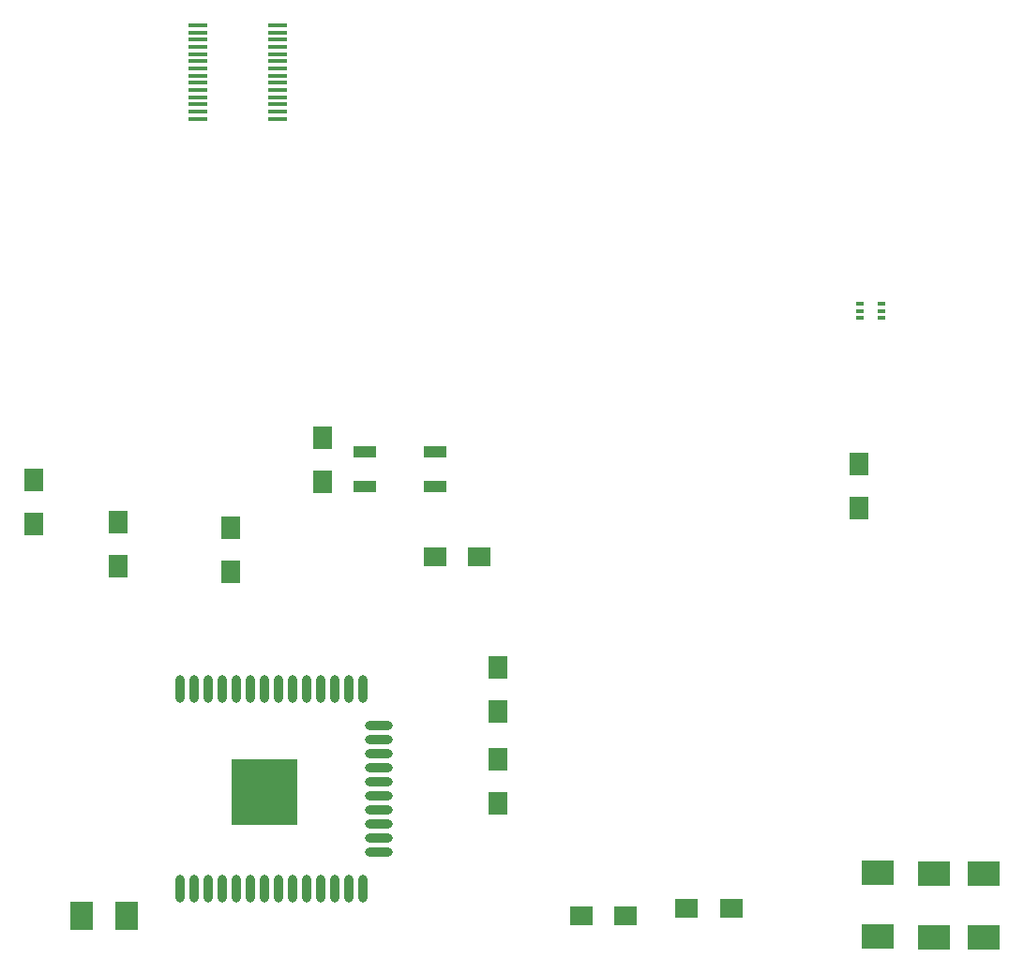
<source format=gbr>
G04 #@! TF.GenerationSoftware,KiCad,Pcbnew,(5.0.2)-1*
G04 #@! TF.CreationDate,2019-04-16T07:35:45+02:00*
G04 #@! TF.ProjectId,devboard_io,64657662-6f61-4726-945f-696f2e6b6963,rev?*
G04 #@! TF.SameCoordinates,Original*
G04 #@! TF.FileFunction,Paste,Top*
G04 #@! TF.FilePolarity,Positive*
%FSLAX46Y46*%
G04 Gerber Fmt 4.6, Leading zero omitted, Abs format (unit mm)*
G04 Created by KiCad (PCBNEW (5.0.2)-1) date 16/04/2019 07:35:45*
%MOMM*%
%LPD*%
G01*
G04 APERTURE LIST*
%ADD10R,3.000000X2.200000*%
%ADD11R,1.700000X2.000000*%
%ADD12R,2.000000X1.700000*%
%ADD13R,2.000000X1.000000*%
%ADD14R,1.750000X0.450000*%
%ADD15R,0.750000X0.400000*%
%ADD16O,0.900000X2.500000*%
%ADD17O,2.500000X0.900000*%
%ADD18R,6.000000X6.000000*%
%ADD19R,2.000000X2.500000*%
G04 APERTURE END LIST*
D10*
G04 #@! TO.C,F1*
X447675000Y-120015000D03*
X447675000Y-114215000D03*
G04 #@! TD*
G04 #@! TO.C,F2*
X452755000Y-114300000D03*
X452755000Y-120100000D03*
G04 #@! TD*
G04 #@! TO.C,F3*
X457200000Y-120100000D03*
X457200000Y-114300000D03*
G04 #@! TD*
D11*
G04 #@! TO.C,R9*
X445935100Y-81304900D03*
X445935100Y-77304900D03*
G04 #@! TD*
G04 #@! TO.C,R11*
X379095000Y-86550000D03*
X379095000Y-82550000D03*
G04 #@! TD*
G04 #@! TO.C,R13*
X389255000Y-83090000D03*
X389255000Y-87090000D03*
G04 #@! TD*
G04 #@! TO.C,R14*
X397510000Y-74930000D03*
X397510000Y-78930000D03*
G04 #@! TD*
D12*
G04 #@! TO.C,R15*
X407670000Y-85725000D03*
X411670000Y-85725000D03*
G04 #@! TD*
D11*
G04 #@! TO.C,R16*
X371475000Y-78740000D03*
X371475000Y-82740000D03*
G04 #@! TD*
G04 #@! TO.C,R17*
X413385000Y-99695000D03*
X413385000Y-95695000D03*
G04 #@! TD*
D12*
G04 #@! TO.C,R18*
X424910000Y-118110000D03*
X420910000Y-118110000D03*
G04 #@! TD*
D11*
G04 #@! TO.C,R19*
X413385000Y-107950000D03*
X413385000Y-103950000D03*
G04 #@! TD*
D12*
G04 #@! TO.C,R20*
X434435000Y-117475000D03*
X430435000Y-117475000D03*
G04 #@! TD*
D13*
G04 #@! TO.C,SW2*
X407670000Y-76200000D03*
X401320000Y-76200000D03*
X407670000Y-79375000D03*
X401320000Y-79375000D03*
G04 #@! TD*
D14*
G04 #@! TO.C,U1*
X393490000Y-37685000D03*
X393490000Y-38335000D03*
X393490000Y-38985000D03*
X393490000Y-39635000D03*
X393490000Y-40285000D03*
X393490000Y-40935000D03*
X393490000Y-41585000D03*
X393490000Y-42235000D03*
X393490000Y-42885000D03*
X393490000Y-43535000D03*
X393490000Y-44185000D03*
X393490000Y-44835000D03*
X393490000Y-45485000D03*
X393490000Y-46135000D03*
X386290000Y-46135000D03*
X386290000Y-45485000D03*
X386290000Y-44835000D03*
X386290000Y-44185000D03*
X386290000Y-43535000D03*
X386290000Y-42885000D03*
X386290000Y-42235000D03*
X386290000Y-41585000D03*
X386290000Y-40935000D03*
X386290000Y-40285000D03*
X386290000Y-39635000D03*
X386290000Y-38985000D03*
X386290000Y-38335000D03*
X386290000Y-37685000D03*
G04 #@! TD*
D15*
G04 #@! TO.C,U2*
X447990000Y-63500000D03*
X446090000Y-62850000D03*
X446090000Y-64150000D03*
X446090000Y-63500000D03*
X447990000Y-64150000D03*
X447990000Y-62850000D03*
G04 #@! TD*
D16*
G04 #@! TO.C,U4*
X384640000Y-97680000D03*
X385910000Y-97680000D03*
X387180000Y-97680000D03*
X388450000Y-97680000D03*
X389720000Y-97680000D03*
X390990000Y-97680000D03*
X392260000Y-97680000D03*
X393530000Y-97680000D03*
X394800000Y-97680000D03*
X396070000Y-97680000D03*
X397340000Y-97680000D03*
X398610000Y-97680000D03*
X399880000Y-97680000D03*
X401150000Y-97680000D03*
D17*
X402640000Y-100965000D03*
X402640000Y-102235000D03*
X402640000Y-103505000D03*
X402640000Y-104775000D03*
X402640000Y-106045000D03*
X402640000Y-107315000D03*
X402640000Y-108585000D03*
X402640000Y-109855000D03*
X402640000Y-111125000D03*
X402640000Y-112395000D03*
D16*
X401150000Y-115680000D03*
X399880000Y-115680000D03*
X398610000Y-115680000D03*
X397340000Y-115680000D03*
X396070000Y-115680000D03*
X394800000Y-115680000D03*
X393530000Y-115680000D03*
X392260000Y-115680000D03*
X390990000Y-115680000D03*
X389720000Y-115680000D03*
X388450000Y-115680000D03*
X387180000Y-115680000D03*
X385910000Y-115680000D03*
X384640000Y-115680000D03*
D18*
X392340000Y-106980000D03*
G04 #@! TD*
D19*
G04 #@! TO.C,C8*
X379825000Y-118110000D03*
X375825000Y-118110000D03*
G04 #@! TD*
M02*

</source>
